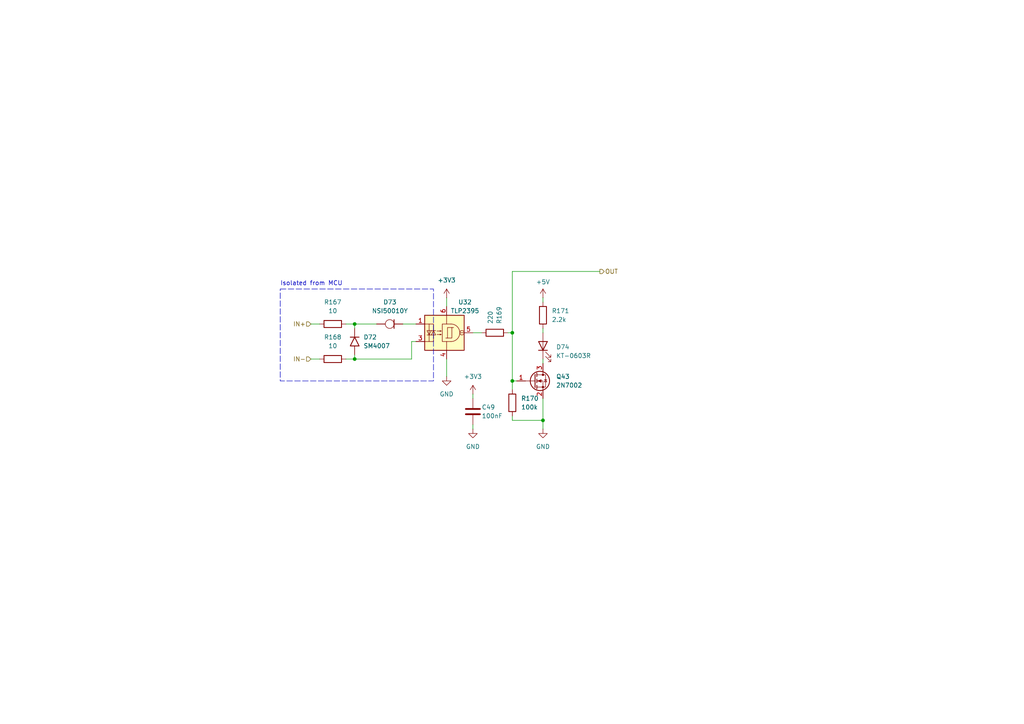
<source format=kicad_sch>
(kicad_sch (version 20250114) (generator "eeschema") (generator_version "9.0")
  (paper "A4")
  (lib_symbols
    (symbol "Device:C" (pin_numbers (hide yes)) (pin_names (offset 0.254))
      (property "Reference" "C" (at 0.635 2.54 0))
      (property "Value" "C" (at 0.635 -2.54 0))
      (symbol "C_0_1"
        (polyline (pts (xy -2.032 0.762) (xy 2.032 0.762)) (stroke (width 0.508)))
        (polyline (pts (xy -2.032 -0.762) (xy 2.032 -0.762)) (stroke (width 0.508)))
      )
      (symbol "C_1_1"
        (pin passive line (at 0 3.81 270) (length 2.794) (name "~") (number "1"))
        (pin passive line (at 0 -3.81 90) (length 2.794) (name "~") (number "2"))
      )
    )
    (symbol "Device:LED" (pin_numbers (hide yes)) (pin_names (offset 1.016) (hide yes))
      (property "Reference" "D" (at 0 2.54 0))
      (property "Value" "LED" (at 0 -2.54 0))
      (symbol "LED_0_1"
        (polyline (pts (xy -3.048 -0.762) (xy -4.572 -2.286) (xy -3.81 -2.286) (xy -4.572 -2.286) (xy -4.572 -1.524)))
        (polyline (pts (xy -1.778 -0.762) (xy -3.302 -2.286) (xy -2.54 -2.286) (xy -3.302 -2.286) (xy -3.302 -1.524)))
        (polyline (pts (xy -1.27 0) (xy 1.27 0)))
        (polyline (pts (xy -1.27 -1.27) (xy -1.27 1.27)) (stroke (width 0.254)))
        (polyline (pts (xy 1.27 -1.27) (xy 1.27 1.27) (xy -1.27 0) (xy 1.27 -1.27)) (stroke (width 0.254)))
      )
      (symbol "LED_1_1"
        (pin passive line (at -3.81 0 0) (length 2.54) (name "K") (number "1"))
        (pin passive line (at 3.81 0 180) (length 2.54) (name "A") (number "2"))
      )
    )
    (symbol "Device:R" (pin_numbers (hide yes)) (pin_names (offset 0))
      (property "Reference" "R" (at 2.032 0 90))
      (property "Value" "R" (at 0 0 90))
      (symbol "R_0_1"
        (rectangle (start -1.016 -2.54) (end 1.016 2.54) (stroke (width 0.254)))
      )
      (symbol "R_1_1"
        (pin passive line (at 0 3.81 270) (length 1.27) (name "~") (number "1"))
        (pin passive line (at 0 -3.81 90) (length 1.27) (name "~") (number "2"))
      )
    )
    (symbol "Transistor_FET:2N7002" (pin_names (offset 0) (hide yes))
      (property "Reference" "Q" (at 5.08 1.905 0))
      (property "Value" "2N7002" (at 5.08 0 0))
      (symbol "2N7002_0_1"
        (polyline (pts (xy 0.254 1.905) (xy 0.254 -1.905)) (stroke (width 0.254)))
        (polyline (pts (xy 0.254 0) (xy -2.54 0)))
        (polyline (pts (xy 0.762 2.286) (xy 0.762 1.27)) (stroke (width 0.254)))
        (polyline (pts (xy 0.762 0.508) (xy 0.762 -0.508)) (stroke (width 0.254)))
        (polyline (pts (xy 0.762 -1.27) (xy 0.762 -2.286)) (stroke (width 0.254)))
        (polyline (pts (xy 0.762 -1.778) (xy 3.302 -1.778) (xy 3.302 1.778) (xy 0.762 1.778)))
        (polyline (pts (xy 1.016 0) (xy 2.032 0.381) (xy 2.032 -0.381) (xy 1.016 0)) (fill (type outline)))
        (circle (center 1.651 0) (radius 2.794) (stroke (width 0.254)))
        (polyline (pts (xy 2.54 2.54) (xy 2.54 1.778)))
        (circle (center 2.54 1.778) (radius 0.254) (fill (type outline)))
        (circle (center 2.54 -1.778) (radius 0.254) (fill (type outline)))
        (polyline (pts (xy 2.54 -2.54) (xy 2.54 0) (xy 0.762 0)))
        (polyline (pts (xy 2.921 0.381) (xy 3.683 0.381)))
        (polyline (pts (xy 3.302 0.381) (xy 2.921 -0.254) (xy 3.683 -0.254) (xy 3.302 0.381)))
      )
      (symbol "2N7002_1_1"
        (pin input line (at -5.08 0 0) (length 2.54) (name "G") (number "1"))
        (pin passive line (at 2.54 5.08 270) (length 2.54) (name "D") (number "3"))
        (pin passive line (at 2.54 -5.08 90) (length 2.54) (name "S") (number "2"))
      )
    )
    (symbol "djm:NSI50010Y" (pin_numbers (hide yes)) (pin_names (hide yes))
      (property "Reference" "D" (at 0 2.54 0))
      (property "Value" "NSI50010Y" (at 0 -2.54 0))
      (symbol "NSI50010Y_0_1"
        (polyline (pts (xy -1.27 1.27) (xy -1.27 -1.27)) (stroke (width 0.254)))
        (circle (center 0 0) (radius 1.27))
      )
      (symbol "NSI50010Y_1_1"
        (pin passive line (at -3.81 0 0) (length 2.54) (name "K") (number "1"))
        (pin passive line (at 3.81 0 180) (length 2.54) (name "A") (number "2"))
      )
    )
    (symbol "djm:SM4007" (pin_numbers (hide yes)) (pin_names (offset 1.016) (hide yes))
      (property "Reference" "D" (at 0 2.54 0))
      (property "Value" "SM4007" (at 0 -2.54 0))
      (symbol "SM4007_0_1"
        (polyline (pts (xy 1.27 1.27) (xy 1.27 -1.27) (xy -1.27 0) (xy 1.27 1.27)) (stroke (width 0.254)))
      )
      (symbol "SM4007_1_1"
        (polyline (pts (xy -1.27 -1.27) (xy -1.27 1.27)) (stroke (width 0.254)))
        (pin passive line (at -3.81 0 0) (length 2.54) (name "K") (number "1"))
        (pin passive line (at 3.81 0 180) (length 2.54) (name "A") (number "2"))
      )
    )
    (symbol "djm:TLP2395"
      (property "Reference" "U" (at -5.08 6.35 0))
      (property "Value" "TLP2395" (at 6.35 6.35 0))
      (symbol "TLP2395_0_1"
        (circle (center 5.715 0) (radius 0.635))
        (polyline (pts (xy 6.35 0) (xy 5.08 0)))
      )
      (symbol "TLP2395_1_1"
        (rectangle (start -5.08 5.08) (end 6.35 -5.08) (stroke (width 0.254)) (fill (type background)))
        (polyline (pts (xy -5.08 -2.54) (xy -3.81 -2.54) (xy -3.81 2.54) (xy -5.08 2.54)))
        (polyline (pts (xy -4.445 -0.635) (xy -3.175 -0.635)))
        (polyline (pts (xy -3.81 2.54) (xy -2.54 2.54) (xy -2.54 -2.54) (xy -3.81 -2.54)))
        (polyline (pts (xy -3.81 -0.635) (xy -4.445 0.635) (xy -3.175 0.635) (xy -3.81 -0.635)))
        (polyline (pts (xy -3.175 0.635) (xy -1.905 0.635)))
        (polyline (pts (xy -2.54 0.635) (xy -3.175 -0.635) (xy -1.905 -0.635) (xy -2.54 0.635)))
        (polyline (pts (xy -1.524 0.508) (xy -0.254 0.508) (xy -0.635 0.381) (xy -0.635 0.635) (xy -0.254 0.508)))
        (polyline (pts (xy -1.524 -0.508) (xy -0.254 -0.508) (xy -0.635 -0.635) (xy -0.635 -0.381) (xy -0.254 -0.508)))
        (polyline (pts (xy 1.27 2.54) (xy 1.27 5.08)))
        (polyline (pts (xy 1.27 -2.54) (xy 1.27 -5.08) (xy 1.27 -3.81)))
        (rectangle (start 1.524 1.524) (end 2.794 -1.524))
        (polyline (pts (xy 1.524 -1.524) (xy 1.016 -1.524)))
        (arc (start 2.54 2.54) (mid 5.0689 0) (end 2.54 -2.54))
        (polyline (pts (xy 2.54 -2.54) (xy 0 -2.54) (xy 0 2.54) (xy 2.54 2.54)))
        (polyline (pts (xy 2.794 1.524) (xy 3.302 1.524)))
        (pin passive line (at -7.62 2.54 0) (length 2.54) (name "~") (number "1"))
        (pin passive line (at -7.62 -2.54 0) (length 2.54) (name "~") (number "3"))
        (pin power_in line (at 1.27 7.62 270) (length 2.54) (name "~") (number "6"))
        (pin power_in line (at 1.27 -7.62 90) (length 2.54) (name "~") (number "4"))
        (pin output line (at 8.89 0 180) (length 2.54) (name "~") (number "5"))
      )
    )
    (symbol "power:+3V3" (power) (pin_numbers (hide yes)) (pin_names (offset 0) (hide yes))
      (property "Value" "+3V3" (at 0 3.556 0))
      (symbol "+3V3_0_1"
        (polyline (pts (xy -0.762 1.27) (xy 0 2.54)))
        (polyline (pts (xy 0 2.54) (xy 0.762 1.27)))
        (polyline (pts (xy 0 0) (xy 0 2.54)))
      )
      (symbol "+3V3_1_1"
        (pin power_in line (at 0 0 90) (length 0) (name "~") (number "1"))
      )
    )
    (symbol "power:+5V" (power) (pin_numbers (hide yes)) (pin_names (offset 0) (hide yes))
      (property "Value" "+5V" (at 0 3.556 0))
      (symbol "+5V_0_1"
        (polyline (pts (xy -0.762 1.27) (xy 0 2.54)))
        (polyline (pts (xy 0 2.54) (xy 0.762 1.27)))
        (polyline (pts (xy 0 0) (xy 0 2.54)))
      )
      (symbol "+5V_1_1"
        (pin power_in line (at 0 0 90) (length 0) (name "~") (number "1"))
      )
    )
    (symbol "power:GND" (power) (pin_numbers (hide yes)) (pin_names (offset 0) (hide yes))
      (property "Value" "GND" (at 0 -3.81 0))
      (symbol "GND_0_1"
        (polyline (pts (xy 0 0) (xy 0 -1.27) (xy 1.27 -1.27) (xy 0 -2.54) (xy -1.27 -1.27) (xy 0 -1.27)))
      )
      (symbol "GND_1_1"
        (pin power_in line (at 0 0 270) (length 0) (name "~") (number "1"))
      )
    )
  )
  (rectangle (start 81.28 83.82) (end 125.73 110.49) (stroke (width 0.1524) (type dash)))
  (text "Isolated from MCU" (at 81.28 82.296 0) (effects (font (size 1.27 1.27)) (justify left)))
  (junction (at 148.59 110.49))
  (junction (at 102.87 104.14))
  (junction (at 157.48 121.92))
  (junction (at 102.87 93.98))
  (junction (at 148.59 96.52))
  (wire (pts (xy 157.48 95.25) (xy 157.48 96.52)))
  (wire (pts (xy 148.59 110.49) (xy 149.86 110.49)))
  (wire (pts (xy 100.33 93.98) (xy 102.87 93.98)))
  (wire (pts (xy 116.84 93.98) (xy 120.65 93.98)))
  (wire (pts (xy 157.48 86.36) (xy 157.48 87.63)))
  (wire (pts (xy 137.16 114.3) (xy 137.16 115.57)))
  (wire (pts (xy 120.65 99.06) (xy 119.38 99.06)))
  (wire (pts (xy 100.33 104.14) (xy 102.87 104.14)))
  (wire (pts (xy 157.48 115.57) (xy 157.48 121.92)))
  (wire (pts (xy 148.59 121.92) (xy 157.48 121.92)))
  (wire (pts (xy 109.22 93.98) (xy 102.87 93.98)))
  (wire (pts (xy 137.16 123.19) (xy 137.16 124.46)))
  (wire (pts (xy 148.59 96.52) (xy 147.32 96.52)))
  (wire (pts (xy 137.16 96.52) (xy 139.7 96.52)))
  (wire (pts (xy 148.59 120.65) (xy 148.59 121.92)))
  (wire (pts (xy 102.87 104.14) (xy 102.87 102.87)))
  (wire (pts (xy 90.17 104.14) (xy 92.71 104.14)))
  (wire (pts (xy 119.38 99.06) (xy 119.38 104.14)))
  (wire (pts (xy 148.59 110.49) (xy 148.59 113.03)))
  (wire (pts (xy 157.48 104.14) (xy 157.48 105.41)))
  (wire (pts (xy 102.87 104.14) (xy 119.38 104.14)))
  (wire (pts (xy 148.59 78.74) (xy 173.99 78.74)))
  (wire (pts (xy 129.54 86.36) (xy 129.54 88.9)))
  (wire (pts (xy 148.59 110.49) (xy 148.59 96.52)))
  (wire (pts (xy 129.54 104.14) (xy 129.54 109.22)))
  (wire (pts (xy 148.59 78.74) (xy 148.59 96.52)))
  (wire (pts (xy 90.17 93.98) (xy 92.71 93.98)))
  (wire (pts (xy 102.87 93.98) (xy 102.87 95.25)))
  (wire (pts (xy 157.48 121.92) (xy 157.48 124.46)))
  (hierarchical_label "IN-" (shape input) (at 90.17 104.14 180))
  (hierarchical_label "IN+" (shape input) (at 90.17 93.98 180))
  (hierarchical_label "OUT" (shape output) (at 173.99 78.74 0))
  (symbol (lib_id "Transistor_FET:2N7002") (at 154.94 110.49 0) (unit 1)
    (property "Reference" "Q3" (at 161.29 109.2199 0) (effects (justify left)))
    (property "Value" "2N7002" (at 161.29 111.7599 0) (effects (justify left)))
    (property "Footprint" "Package_TO_SOT_SMD:SOT-23" (effects (hide yes)))
    (property "Datasheet" "https://www.onsemi.com/pub/Collateral/NDS7002A-D.PDF" (effects (hide yes)))
    (property "Description" "0.115A Id, 60V Vds, N-Channel MOSFET, SOT-23" (effects (hide yes)))
    (property "JLC" "SOT-23" (effects (hide yes)))
    (property "LCSC" "C8545" (effects (hide yes)))
    (instances (project "handyplc" (path "" (reference "Q43") (unit 1)) (path "" (reference "Q37") (unit 1)) (path "" (reference "Q41") (unit 1)) (path "" (reference "Q48") (unit 1)) (path "" (reference "Q34") (unit 1)) (path "" (reference "Q40") (unit 1)) (path "" (reference "Q35") (unit 1)) (path "" (reference "Q42") (unit 1)) (path "" (reference "Q46") (unit 1)) (path "" (reference "Q45") (unit 1)) (path "" (reference "Q3") (unit 1)) (path "" (reference "Q44") (unit 1)) (path "" (reference "Q47") (unit 1)) (path "" (reference "Q36") (unit 1)) (path "" (reference "Q38") (unit 1)) (path "" (reference "Q39") (unit 1))))
  )
  (symbol (lib_id "djm:TLP2395") (at 128.27 96.52 0) (unit 1)
    (property "Reference" "U6" (at 134.874 87.63 0))
    (property "Value" "TLP2395" (at 134.874 90.17 0))
    (property "Footprint" "Package_SO:SO-5-6_4.55x3.7mm_P1.27mm" (effects (hide yes)))
    (property "Datasheet" "https://toshiba.semicon-storage.com/info/TLP2395_datasheet_en_20151221.pdf?did=13954&prodName=TLP2395" (effects (hide yes)))
    (property "Description" "Opto Coupler, 1kV/us, 20kV/uS CMR, Schmitt trigger output, SO-5-6" (effects (hide yes)))
    (property "JLC" "SO-5-6" (effects (hide yes)))
    (property "LCSC" "C695251" (effects (hide yes)))
    (instances (project "handyplc" (path "" (reference "U32") (unit 1)) (path "" (reference "U26") (unit 1)) (path "" (reference "U30") (unit 1)) (path "" (reference "U37") (unit 1)) (path "" (reference "U23") (unit 1)) (path "" (reference "U29") (unit 1)) (path "" (reference "U24") (unit 1)) (path "" (reference "U31") (unit 1)) (path "" (reference "U35") (unit 1)) (path "" (reference "U34") (unit 1)) (path "" (reference "U6") (unit 1)) (path "" (reference "U33") (unit 1)) (path "" (reference "U36") (unit 1)) (path "" (reference "U25") (unit 1)) (path "" (reference "U27") (unit 1)) (path "" (reference "U28") (unit 1))))
  )
  (symbol (lib_id "Device:R") (at 143.51 96.52 270) (mirror x) (unit 1)
    (property "Reference" "R23" (at 144.7801 93.98 0) (effects (justify left)))
    (property "Value" "220" (at 142.2401 93.98 0) (effects (justify left)))
    (property "Footprint" "Resistor_SMD:R_0402_1005Metric" (effects (hide yes)))
    (property "Description" "Resistor" (effects (hide yes)))
    (property "JLC" "0402" (effects (hide yes)))
    (property "LCSC" "C25091" (effects (hide yes)))
    (instances (project "handyplc" (path "" (reference "R169") (unit 1)) (path "" (reference "R139") (unit 1)) (path "" (reference "R159") (unit 1)) (path "" (reference "R196") (unit 1)) (path "" (reference "R124") (unit 1)) (path "" (reference "R154") (unit 1)) (path "" (reference "R129") (unit 1)) (path "" (reference "R164") (unit 1)) (path "" (reference "R184") (unit 1)) (path "" (reference "R179") (unit 1)) (path "" (reference "R23") (unit 1)) (path "" (reference "R174") (unit 1)) (path "" (reference "R189") (unit 1)) (path "" (reference "R134") (unit 1)) (path "" (reference "R144") (unit 1)) (path "" (reference "R149") (unit 1))))
  )
  (symbol (lib_id "Device:C") (at 137.16 119.38 0) (unit 1)
    (property "Reference" "C23" (at 139.7 118.11 0) (effects (justify left)))
    (property "Value" "100nF" (at 139.7 120.65 0) (effects (justify left)))
    (property "Footprint" "Capacitor_SMD:C_0402_1005Metric" (effects (hide yes)))
    (property "Description" "Unpolarized capacitor" (effects (hide yes)))
    (property "JLC" "0402" (effects (hide yes)))
    (property "LCSC" "C307331" (effects (hide yes)))
    (instances (project "handyplc" (path "" (reference "C49") (unit 1)) (path "" (reference "C43") (unit 1)) (path "" (reference "C47") (unit 1)) (path "" (reference "C54") (unit 1)) (path "" (reference "C40") (unit 1)) (path "" (reference "C46") (unit 1)) (path "" (reference "C41") (unit 1)) (path "" (reference "C48") (unit 1)) (path "" (reference "C52") (unit 1)) (path "" (reference "C51") (unit 1)) (path "" (reference "C23") (unit 1)) (path "" (reference "C50") (unit 1)) (path "" (reference "C53") (unit 1)) (path "" (reference "C42") (unit 1)) (path "" (reference "C44") (unit 1)) (path "" (reference "C45") (unit 1))))
  )
  (symbol (lib_id "Device:R") (at 157.48 91.44 0) (unit 1)
    (property "Reference" "R25" (at 160.02 90.1699 0) (effects (justify left)))
    (property "Value" "2.2k" (at 160.02 92.7099 0) (effects (justify left)))
    (property "Footprint" "Resistor_SMD:R_0402_1005Metric" (effects (hide yes)))
    (property "Description" "Resistor" (effects (hide yes)))
    (property "JLC" "0402" (effects (hide yes)))
    (property "LCSC" "C25879" (effects (hide yes)))
    (instances (project "handyplc" (path "" (reference "R171") (unit 1)) (path "" (reference "R141") (unit 1)) (path "" (reference "R161") (unit 1)) (path "" (reference "R198") (unit 1)) (path "" (reference "R126") (unit 1)) (path "" (reference "R156") (unit 1)) (path "" (reference "R131") (unit 1)) (path "" (reference "R166") (unit 1)) (path "" (reference "R186") (unit 1)) (path "" (reference "R181") (unit 1)) (path "" (reference "R25") (unit 1)) (path "" (reference "R176") (unit 1)) (path "" (reference "R191") (unit 1)) (path "" (reference "R136") (unit 1)) (path "" (reference "R146") (unit 1)) (path "" (reference "R151") (unit 1))))
  )
  (symbol (lib_id "power:+3V3") (at 129.54 86.36 0) (unit 1)
    (property "Reference" "#PWR068" (effects (hide yes)))
    (property "Value" "+3V3" (at 129.54 81.28 0))
    (property "Description" "Power symbol creates a global label with name \"+3V3\"" (effects (hide yes)))
    (instances (project "" (path "" (reference "#PWR0226") (unit 1)) (path "" (reference "#PWR0190") (unit 1)) (path "" (reference "#PWR0214") (unit 1)) (path "" (reference "#PWR0257") (unit 1)) (path "" (reference "#PWR0172") (unit 1)) (path "" (reference "#PWR0208") (unit 1)) (path "" (reference "#PWR0178") (unit 1)) (path "" (reference "#PWR0220") (unit 1)) (path "" (reference "#PWR0244") (unit 1)) (path "" (reference "#PWR0238") (unit 1)) (path "" (reference "#PWR068") (unit 1)) (path "" (reference "#PWR0232") (unit 1)) (path "" (reference "#PWR0250") (unit 1)) (path "" (reference "#PWR0184") (unit 1)) (path "" (reference "#PWR0196") (unit 1)) (path "" (reference "#PWR0202") (unit 1))))
  )
  (symbol (lib_id "power:+3V3") (at 137.16 114.3 0) (unit 1)
    (property "Reference" "#PWR070" (effects (hide yes)))
    (property "Value" "+3V3" (at 137.16 109.22 0))
    (property "Description" "Power symbol creates a global label with name \"+3V3\"" (effects (hide yes)))
    (instances (project "handyplc" (path "" (reference "#PWR0228") (unit 1)) (path "" (reference "#PWR0192") (unit 1)) (path "" (reference "#PWR0216") (unit 1)) (path "" (reference "#PWR0261") (unit 1)) (path "" (reference "#PWR0174") (unit 1)) (path "" (reference "#PWR0210") (unit 1)) (path "" (reference "#PWR0180") (unit 1)) (path "" (reference "#PWR0222") (unit 1)) (path "" (reference "#PWR0246") (unit 1)) (path "" (reference "#PWR0240") (unit 1)) (path "" (reference "#PWR070") (unit 1)) (path "" (reference "#PWR0234") (unit 1)) (path "" (reference "#PWR0252") (unit 1)) (path "" (reference "#PWR0186") (unit 1)) (path "" (reference "#PWR0198") (unit 1)) (path "" (reference "#PWR0204") (unit 1))))
  )
  (symbol (lib_id "Device:R") (at 96.52 104.14 90) (unit 1)
    (property "Reference" "R22" (at 96.52 97.79 90))
    (property "Value" "10" (at 96.52 100.33 90))
    (property "Footprint" "Resistor_SMD:R_0402_1005Metric" (effects (hide yes)))
    (property "Description" "Resistor" (effects (hide yes)))
    (property "JLC" "0402" (effects (hide yes)))
    (property "LCSC" "C25077" (effects (hide yes)))
    (instances (project "handyplc" (path "" (reference "R168") (unit 1)) (path "" (reference "R138") (unit 1)) (path "" (reference "R158") (unit 1)) (path "" (reference "R193") (unit 1)) (path "" (reference "R123") (unit 1)) (path "" (reference "R153") (unit 1)) (path "" (reference "R128") (unit 1)) (path "" (reference "R163") (unit 1)) (path "" (reference "R183") (unit 1)) (path "" (reference "R178") (unit 1)) (path "" (reference "R22") (unit 1)) (path "" (reference "R173") (unit 1)) (path "" (reference "R188") (unit 1)) (path "" (reference "R133") (unit 1)) (path "" (reference "R143") (unit 1)) (path "" (reference "R148") (unit 1))))
  )
  (symbol (lib_id "power:+5V") (at 157.48 86.36 0) (unit 1)
    (property "Reference" "#PWR027" (effects (hide yes)))
    (property "Value" "+5V" (at 157.48 81.788 0))
    (property "Description" "Power symbol creates a global label with name \"+5V\"" (effects (hide yes)))
    (instances (project "" (path "" (reference "#PWR072") (unit 1)) (path "" (reference "#PWR031") (unit 1)) (path "" (reference "#PWR035") (unit 1)) (path "" (reference "#PWR0200") (unit 1)) (path "" (reference "#PWR028") (unit 1)) (path "" (reference "#PWR034") (unit 1)) (path "" (reference "#PWR029") (unit 1)) (path "" (reference "#PWR036") (unit 1)) (path "" (reference "#PWR0188") (unit 1)) (path "" (reference "#PWR0182") (unit 1)) (path "" (reference "#PWR027") (unit 1)) (path "" (reference "#PWR0176") (unit 1)) (path "" (reference "#PWR0194") (unit 1)) (path "" (reference "#PWR030") (unit 1)) (path "" (reference "#PWR032") (unit 1)) (path "" (reference "#PWR033") (unit 1))))
  )
  (symbol (lib_id "Device:LED") (at 157.48 100.33 90) (unit 1)
    (property "Reference" "D13" (at 161.29 100.6474 90) (effects (justify right)))
    (property "Value" "KT-0603R" (at 161.29 103.1874 90) (effects (justify right)))
    (property "Footprint" "LED_SMD:LED_0603_1608Metric" (effects (hide yes)))
    (property "Description" "Light emitting diode" (effects (hide yes)))
    (property "Sim.Pins" "1=K 2=A" (effects (hide yes)))
    (property "JLC" "0603" (effects (hide yes)))
    (property "LCSC" "C2286" (effects (hide yes)))
    (instances (project "handyplc" (path "" (reference "D74") (unit 1)) (path "" (reference "D56") (unit 1)) (path "" (reference "D68") (unit 1)) (path "" (reference "D90") (unit 1)) (path "" (reference "D47") (unit 1)) (path "" (reference "D65") (unit 1)) (path "" (reference "D50") (unit 1)) (path "" (reference "D71") (unit 1)) (path "" (reference "D83") (unit 1)) (path "" (reference "D80") (unit 1)) (path "" (reference "D13") (unit 1)) (path "" (reference "D77") (unit 1)) (path "" (reference "D86") (unit 1)) (path "" (reference "D53") (unit 1)) (path "" (reference "D59") (unit 1)) (path "" (reference "D62") (unit 1))))
  )
  (symbol (lib_id "djm:SM4007") (at 102.87 99.06 270) (unit 1)
    (property "Reference" "D11" (at 105.41 97.7899 90) (effects (justify left)))
    (property "Value" "SM4007" (at 105.41 100.3299 90) (effects (justify left)))
    (property "Footprint" "Diode_SMD:D_SOD-123" (effects (hide yes)))
    (property "Datasheet" "https://www.mccsemi.com/pdf/products/SM4001PL-SM4007PL(SOD-123FL).pdf" (effects (hide yes)))
    (property "Description" "1000V 1A General Purpose Silicon Diode, SOD-123" (effects (hide yes)))
    (property "JLC" "SOD-123" (effects (hide yes)))
    (property "LCSC" "C64898" (effects (hide yes)))
    (instances (project "handyplc" (path "" (reference "D72") (unit 1)) (path "" (reference "D54") (unit 1)) (path "" (reference "D66") (unit 1)) (path "" (reference "D87") (unit 1)) (path "" (reference "D45") (unit 1)) (path "" (reference "D63") (unit 1)) (path "" (reference "D48") (unit 1)) (path "" (reference "D69") (unit 1)) (path "" (reference "D81") (unit 1)) (path "" (reference "D78") (unit 1)) (path "" (reference "D11") (unit 1)) (path "" (reference "D75") (unit 1)) (path "" (reference "D84") (unit 1)) (path "" (reference "D51") (unit 1)) (path "" (reference "D57") (unit 1)) (path "" (reference "D60") (unit 1))))
  )
  (symbol (lib_id "power:GND") (at 157.48 124.46 0) (unit 1)
    (property "Reference" "#PWR073" (effects (hide yes)))
    (property "Value" "GND" (at 157.48 129.54 0))
    (property "Description" "Power symbol creates a global label with name \"GND\" , ground" (effects (hide yes)))
    (instances (project "handyplc" (path "" (reference "#PWR0231") (unit 1)) (path "" (reference "#PWR0195") (unit 1)) (path "" (reference "#PWR0219") (unit 1)) (path "" (reference "#PWR0266") (unit 1)) (path "" (reference "#PWR0177") (unit 1)) (path "" (reference "#PWR0213") (unit 1)) (path "" (reference "#PWR0183") (unit 1)) (path "" (reference "#PWR0225") (unit 1)) (path "" (reference "#PWR0249") (unit 1)) (path "" (reference "#PWR0243") (unit 1)) (path "" (reference "#PWR073") (unit 1)) (path "" (reference "#PWR0237") (unit 1)) (path "" (reference "#PWR0255") (unit 1)) (path "" (reference "#PWR0189") (unit 1)) (path "" (reference "#PWR0201") (unit 1)) (path "" (reference "#PWR0207") (unit 1))))
  )
  (symbol (lib_id "Device:R") (at 148.59 116.84 0) (unit 1)
    (property "Reference" "R24" (at 151.13 115.5699 0) (effects (justify left)))
    (property "Value" "100k" (at 151.13 118.1099 0) (effects (justify left)))
    (property "Footprint" "Resistor_SMD:R_0402_1005Metric" (effects (hide yes)))
    (property "Description" "Resistor" (effects (hide yes)))
    (property "JLC" "0402" (effects (hide yes)))
    (property "LCSC" "C25741" (effects (hide yes)))
    (instances (project "handyplc" (path "" (reference "R170") (unit 1)) (path "" (reference "R140") (unit 1)) (path "" (reference "R160") (unit 1)) (path "" (reference "R197") (unit 1)) (path "" (reference "R125") (unit 1)) (path "" (reference "R155") (unit 1)) (path "" (reference "R130") (unit 1)) (path "" (reference "R165") (unit 1)) (path "" (reference "R185") (unit 1)) (path "" (reference "R180") (unit 1)) (path "" (reference "R24") (unit 1)) (path "" (reference "R175") (unit 1)) (path "" (reference "R190") (unit 1)) (path "" (reference "R135") (unit 1)) (path "" (reference "R145") (unit 1)) (path "" (reference "R150") (unit 1))))
  )
  (symbol (lib_id "power:GND") (at 137.16 124.46 0) (unit 1)
    (property "Reference" "#PWR071" (effects (hide yes)))
    (property "Value" "GND" (at 137.16 129.54 0))
    (property "Description" "Power symbol creates a global label with name \"GND\" , ground" (effects (hide yes)))
    (instances (project "handyplc" (path "" (reference "#PWR0229") (unit 1)) (path "" (reference "#PWR0193") (unit 1)) (path "" (reference "#PWR0217") (unit 1)) (path "" (reference "#PWR0262") (unit 1)) (path "" (reference "#PWR0175") (unit 1)) (path "" (reference "#PWR0211") (unit 1)) (path "" (reference "#PWR0181") (unit 1)) (path "" (reference "#PWR0223") (unit 1)) (path "" (reference "#PWR0247") (unit 1)) (path "" (reference "#PWR0241") (unit 1)) (path "" (reference "#PWR071") (unit 1)) (path "" (reference "#PWR0235") (unit 1)) (path "" (reference "#PWR0253") (unit 1)) (path "" (reference "#PWR0187") (unit 1)) (path "" (reference "#PWR0199") (unit 1)) (path "" (reference "#PWR0205") (unit 1))))
  )
  (symbol (lib_id "djm:NSI50010Y") (at 113.03 93.98 180) (unit 1)
    (property "Reference" "D12" (at 113.0935 87.63 0))
    (property "Value" "NSI50010Y" (at 113.0935 90.17 0))
    (property "Footprint" "Diode_SMD:D_SOD-123" (effects (hide yes)))
    (property "Datasheet" "https://www.onsemi.com/download/data-sheet/pdf/nsi50010y-d.pdf" (effects (hide yes)))
    (property "Description" "50V 10mA Constant Current regulator Diode, SOD-123" (effects (hide yes)))
    (property "Sim.Device" "D" (effects (hide yes)))
    (property "Sim.Pins" "1=K 2=A" (effects (hide yes)))
    (property "JLC" "SOD-123" (effects (hide yes)))
    (property "LCSC" "C150049" (effects (hide yes)))
    (instances (project "handyplc" (path "" (reference "D73") (unit 1)) (path "" (reference "D55") (unit 1)) (path "" (reference "D67") (unit 1)) (path "" (reference "D88") (unit 1)) (path "" (reference "D46") (unit 1)) (path "" (reference "D64") (unit 1)) (path "" (reference "D49") (unit 1)) (path "" (reference "D70") (unit 1)) (path "" (reference "D82") (unit 1)) (path "" (reference "D79") (unit 1)) (path "" (reference "D12") (unit 1)) (path "" (reference "D76") (unit 1)) (path "" (reference "D85") (unit 1)) (path "" (reference "D52") (unit 1)) (path "" (reference "D58") (unit 1)) (path "" (reference "D61") (unit 1))))
  )
  (symbol (lib_id "power:GND") (at 129.54 109.22 0) (unit 1)
    (property "Reference" "#PWR069" (effects (hide yes)))
    (property "Value" "GND" (at 129.54 114.3 0))
    (property "Description" "Power symbol creates a global label with name \"GND\" , ground" (effects (hide yes)))
    (instances (project "handyplc" (path "" (reference "#PWR0227") (unit 1)) (path "" (reference "#PWR0191") (unit 1)) (path "" (reference "#PWR0215") (unit 1)) (path "" (reference "#PWR0258") (unit 1)) (path "" (reference "#PWR0173") (unit 1)) (path "" (reference "#PWR0209") (unit 1)) (path "" (reference "#PWR0179") (unit 1)) (path "" (reference "#PWR0221") (unit 1)) (path "" (reference "#PWR0245") (unit 1)) (path "" (reference "#PWR0239") (unit 1)) (path "" (reference "#PWR069") (unit 1)) (path "" (reference "#PWR0233") (unit 1)) (path "" (reference "#PWR0251") (unit 1)) (path "" (reference "#PWR0185") (unit 1)) (path "" (reference "#PWR0197") (unit 1)) (path "" (reference "#PWR0203") (unit 1))))
  )
  (symbol (lib_id "Device:R") (at 96.52 93.98 90) (unit 1)
    (property "Reference" "R21" (at 96.52 87.63 90))
    (property "Value" "10" (at 96.52 90.17 90))
    (property "Footprint" "Resistor_SMD:R_0402_1005Metric" (effects (hide yes)))
    (property "Description" "Resistor" (effects (hide yes)))
    (property "JLC" "0402" (effects (hide yes)))
    (property "LCSC" "C25077" (effects (hide yes)))
    (instances (project "handyplc" (path "" (reference "R167") (unit 1)) (path "" (reference "R137") (unit 1)) (path "" (reference "R157") (unit 1)) (path "" (reference "R192") (unit 1)) (path "" (reference "R122") (unit 1)) (path "" (reference "R152") (unit 1)) (path "" (reference "R127") (unit 1)) (path "" (reference "R162") (unit 1)) (path "" (reference "R182") (unit 1)) (path "" (reference "R177") (unit 1)) (path "" (reference "R21") (unit 1)) (path "" (reference "R172") (unit 1)) (path "" (reference "R187") (unit 1)) (path "" (reference "R132") (unit 1)) (path "" (reference "R142") (unit 1)) (path "" (reference "R147") (unit 1))))
  )
)
</source>
